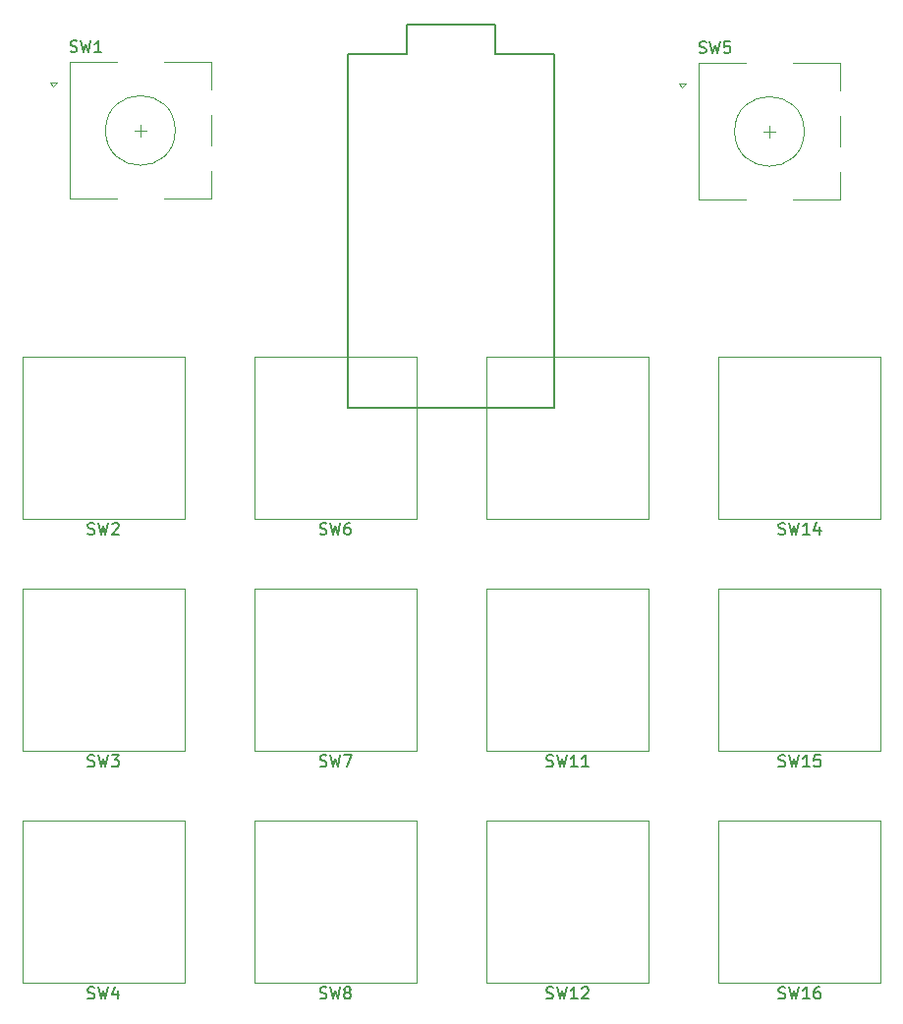
<source format=gbr>
%TF.GenerationSoftware,KiCad,Pcbnew,(6.0.10)*%
%TF.CreationDate,2023-03-17T10:19:52+01:00*%
%TF.ProjectId,MacroBoard_16keys,4d616372-6f42-46f6-9172-645f31366b65,rev?*%
%TF.SameCoordinates,Original*%
%TF.FileFunction,Legend,Top*%
%TF.FilePolarity,Positive*%
%FSLAX46Y46*%
G04 Gerber Fmt 4.6, Leading zero omitted, Abs format (unit mm)*
G04 Created by KiCad (PCBNEW (6.0.10)) date 2023-03-17 10:19:52*
%MOMM*%
%LPD*%
G01*
G04 APERTURE LIST*
%ADD10C,0.150000*%
%ADD11C,0.120000*%
G04 APERTURE END LIST*
D10*
%TO.C,SW6*%
X128266666Y-81878761D02*
X128409523Y-81926380D01*
X128647619Y-81926380D01*
X128742857Y-81878761D01*
X128790476Y-81831142D01*
X128838095Y-81735904D01*
X128838095Y-81640666D01*
X128790476Y-81545428D01*
X128742857Y-81497809D01*
X128647619Y-81450190D01*
X128457142Y-81402571D01*
X128361904Y-81354952D01*
X128314285Y-81307333D01*
X128266666Y-81212095D01*
X128266666Y-81116857D01*
X128314285Y-81021619D01*
X128361904Y-80974000D01*
X128457142Y-80926380D01*
X128695238Y-80926380D01*
X128838095Y-80974000D01*
X129171428Y-80926380D02*
X129409523Y-81926380D01*
X129600000Y-81212095D01*
X129790476Y-81926380D01*
X130028571Y-80926380D01*
X130838095Y-80926380D02*
X130647619Y-80926380D01*
X130552380Y-80974000D01*
X130504761Y-81021619D01*
X130409523Y-81164476D01*
X130361904Y-81354952D01*
X130361904Y-81735904D01*
X130409523Y-81831142D01*
X130457142Y-81878761D01*
X130552380Y-81926380D01*
X130742857Y-81926380D01*
X130838095Y-81878761D01*
X130885714Y-81831142D01*
X130933333Y-81735904D01*
X130933333Y-81497809D01*
X130885714Y-81402571D01*
X130838095Y-81354952D01*
X130742857Y-81307333D01*
X130552380Y-81307333D01*
X130457142Y-81354952D01*
X130409523Y-81402571D01*
X130361904Y-81497809D01*
%TO.C,SW16*%
X167790476Y-121878761D02*
X167933333Y-121926380D01*
X168171428Y-121926380D01*
X168266666Y-121878761D01*
X168314285Y-121831142D01*
X168361904Y-121735904D01*
X168361904Y-121640666D01*
X168314285Y-121545428D01*
X168266666Y-121497809D01*
X168171428Y-121450190D01*
X167980952Y-121402571D01*
X167885714Y-121354952D01*
X167838095Y-121307333D01*
X167790476Y-121212095D01*
X167790476Y-121116857D01*
X167838095Y-121021619D01*
X167885714Y-120974000D01*
X167980952Y-120926380D01*
X168219047Y-120926380D01*
X168361904Y-120974000D01*
X168695238Y-120926380D02*
X168933333Y-121926380D01*
X169123809Y-121212095D01*
X169314285Y-121926380D01*
X169552380Y-120926380D01*
X170457142Y-121926380D02*
X169885714Y-121926380D01*
X170171428Y-121926380D02*
X170171428Y-120926380D01*
X170076190Y-121069238D01*
X169980952Y-121164476D01*
X169885714Y-121212095D01*
X171314285Y-120926380D02*
X171123809Y-120926380D01*
X171028571Y-120974000D01*
X170980952Y-121021619D01*
X170885714Y-121164476D01*
X170838095Y-121354952D01*
X170838095Y-121735904D01*
X170885714Y-121831142D01*
X170933333Y-121878761D01*
X171028571Y-121926380D01*
X171219047Y-121926380D01*
X171314285Y-121878761D01*
X171361904Y-121831142D01*
X171409523Y-121735904D01*
X171409523Y-121497809D01*
X171361904Y-121402571D01*
X171314285Y-121354952D01*
X171219047Y-121307333D01*
X171028571Y-121307333D01*
X170933333Y-121354952D01*
X170885714Y-121402571D01*
X170838095Y-121497809D01*
%TO.C,SW7*%
X128266666Y-101878761D02*
X128409523Y-101926380D01*
X128647619Y-101926380D01*
X128742857Y-101878761D01*
X128790476Y-101831142D01*
X128838095Y-101735904D01*
X128838095Y-101640666D01*
X128790476Y-101545428D01*
X128742857Y-101497809D01*
X128647619Y-101450190D01*
X128457142Y-101402571D01*
X128361904Y-101354952D01*
X128314285Y-101307333D01*
X128266666Y-101212095D01*
X128266666Y-101116857D01*
X128314285Y-101021619D01*
X128361904Y-100974000D01*
X128457142Y-100926380D01*
X128695238Y-100926380D01*
X128838095Y-100974000D01*
X129171428Y-100926380D02*
X129409523Y-101926380D01*
X129600000Y-101212095D01*
X129790476Y-101926380D01*
X130028571Y-100926380D01*
X130314285Y-100926380D02*
X130980952Y-100926380D01*
X130552380Y-101926380D01*
%TO.C,SW4*%
X108266666Y-121878761D02*
X108409523Y-121926380D01*
X108647619Y-121926380D01*
X108742857Y-121878761D01*
X108790476Y-121831142D01*
X108838095Y-121735904D01*
X108838095Y-121640666D01*
X108790476Y-121545428D01*
X108742857Y-121497809D01*
X108647619Y-121450190D01*
X108457142Y-121402571D01*
X108361904Y-121354952D01*
X108314285Y-121307333D01*
X108266666Y-121212095D01*
X108266666Y-121116857D01*
X108314285Y-121021619D01*
X108361904Y-120974000D01*
X108457142Y-120926380D01*
X108695238Y-120926380D01*
X108838095Y-120974000D01*
X109171428Y-120926380D02*
X109409523Y-121926380D01*
X109600000Y-121212095D01*
X109790476Y-121926380D01*
X110028571Y-120926380D01*
X110838095Y-121259714D02*
X110838095Y-121926380D01*
X110600000Y-120878761D02*
X110361904Y-121593047D01*
X110980952Y-121593047D01*
%TO.C,SW1*%
X106766666Y-40324761D02*
X106909523Y-40372380D01*
X107147619Y-40372380D01*
X107242857Y-40324761D01*
X107290476Y-40277142D01*
X107338095Y-40181904D01*
X107338095Y-40086666D01*
X107290476Y-39991428D01*
X107242857Y-39943809D01*
X107147619Y-39896190D01*
X106957142Y-39848571D01*
X106861904Y-39800952D01*
X106814285Y-39753333D01*
X106766666Y-39658095D01*
X106766666Y-39562857D01*
X106814285Y-39467619D01*
X106861904Y-39420000D01*
X106957142Y-39372380D01*
X107195238Y-39372380D01*
X107338095Y-39420000D01*
X107671428Y-39372380D02*
X107909523Y-40372380D01*
X108100000Y-39658095D01*
X108290476Y-40372380D01*
X108528571Y-39372380D01*
X109433333Y-40372380D02*
X108861904Y-40372380D01*
X109147619Y-40372380D02*
X109147619Y-39372380D01*
X109052380Y-39515238D01*
X108957142Y-39610476D01*
X108861904Y-39658095D01*
%TO.C,SW15*%
X167790476Y-101878761D02*
X167933333Y-101926380D01*
X168171428Y-101926380D01*
X168266666Y-101878761D01*
X168314285Y-101831142D01*
X168361904Y-101735904D01*
X168361904Y-101640666D01*
X168314285Y-101545428D01*
X168266666Y-101497809D01*
X168171428Y-101450190D01*
X167980952Y-101402571D01*
X167885714Y-101354952D01*
X167838095Y-101307333D01*
X167790476Y-101212095D01*
X167790476Y-101116857D01*
X167838095Y-101021619D01*
X167885714Y-100974000D01*
X167980952Y-100926380D01*
X168219047Y-100926380D01*
X168361904Y-100974000D01*
X168695238Y-100926380D02*
X168933333Y-101926380D01*
X169123809Y-101212095D01*
X169314285Y-101926380D01*
X169552380Y-100926380D01*
X170457142Y-101926380D02*
X169885714Y-101926380D01*
X170171428Y-101926380D02*
X170171428Y-100926380D01*
X170076190Y-101069238D01*
X169980952Y-101164476D01*
X169885714Y-101212095D01*
X171361904Y-100926380D02*
X170885714Y-100926380D01*
X170838095Y-101402571D01*
X170885714Y-101354952D01*
X170980952Y-101307333D01*
X171219047Y-101307333D01*
X171314285Y-101354952D01*
X171361904Y-101402571D01*
X171409523Y-101497809D01*
X171409523Y-101735904D01*
X171361904Y-101831142D01*
X171314285Y-101878761D01*
X171219047Y-101926380D01*
X170980952Y-101926380D01*
X170885714Y-101878761D01*
X170838095Y-101831142D01*
%TO.C,SW14*%
X167790476Y-81878761D02*
X167933333Y-81926380D01*
X168171428Y-81926380D01*
X168266666Y-81878761D01*
X168314285Y-81831142D01*
X168361904Y-81735904D01*
X168361904Y-81640666D01*
X168314285Y-81545428D01*
X168266666Y-81497809D01*
X168171428Y-81450190D01*
X167980952Y-81402571D01*
X167885714Y-81354952D01*
X167838095Y-81307333D01*
X167790476Y-81212095D01*
X167790476Y-81116857D01*
X167838095Y-81021619D01*
X167885714Y-80974000D01*
X167980952Y-80926380D01*
X168219047Y-80926380D01*
X168361904Y-80974000D01*
X168695238Y-80926380D02*
X168933333Y-81926380D01*
X169123809Y-81212095D01*
X169314285Y-81926380D01*
X169552380Y-80926380D01*
X170457142Y-81926380D02*
X169885714Y-81926380D01*
X170171428Y-81926380D02*
X170171428Y-80926380D01*
X170076190Y-81069238D01*
X169980952Y-81164476D01*
X169885714Y-81212095D01*
X171314285Y-81259714D02*
X171314285Y-81926380D01*
X171076190Y-80878761D02*
X170838095Y-81593047D01*
X171457142Y-81593047D01*
%TO.C,SW8*%
X128266666Y-121878761D02*
X128409523Y-121926380D01*
X128647619Y-121926380D01*
X128742857Y-121878761D01*
X128790476Y-121831142D01*
X128838095Y-121735904D01*
X128838095Y-121640666D01*
X128790476Y-121545428D01*
X128742857Y-121497809D01*
X128647619Y-121450190D01*
X128457142Y-121402571D01*
X128361904Y-121354952D01*
X128314285Y-121307333D01*
X128266666Y-121212095D01*
X128266666Y-121116857D01*
X128314285Y-121021619D01*
X128361904Y-120974000D01*
X128457142Y-120926380D01*
X128695238Y-120926380D01*
X128838095Y-120974000D01*
X129171428Y-120926380D02*
X129409523Y-121926380D01*
X129600000Y-121212095D01*
X129790476Y-121926380D01*
X130028571Y-120926380D01*
X130552380Y-121354952D02*
X130457142Y-121307333D01*
X130409523Y-121259714D01*
X130361904Y-121164476D01*
X130361904Y-121116857D01*
X130409523Y-121021619D01*
X130457142Y-120974000D01*
X130552380Y-120926380D01*
X130742857Y-120926380D01*
X130838095Y-120974000D01*
X130885714Y-121021619D01*
X130933333Y-121116857D01*
X130933333Y-121164476D01*
X130885714Y-121259714D01*
X130838095Y-121307333D01*
X130742857Y-121354952D01*
X130552380Y-121354952D01*
X130457142Y-121402571D01*
X130409523Y-121450190D01*
X130361904Y-121545428D01*
X130361904Y-121735904D01*
X130409523Y-121831142D01*
X130457142Y-121878761D01*
X130552380Y-121926380D01*
X130742857Y-121926380D01*
X130838095Y-121878761D01*
X130885714Y-121831142D01*
X130933333Y-121735904D01*
X130933333Y-121545428D01*
X130885714Y-121450190D01*
X130838095Y-121402571D01*
X130742857Y-121354952D01*
%TO.C,SW5*%
X160966666Y-40404761D02*
X161109523Y-40452380D01*
X161347619Y-40452380D01*
X161442857Y-40404761D01*
X161490476Y-40357142D01*
X161538095Y-40261904D01*
X161538095Y-40166666D01*
X161490476Y-40071428D01*
X161442857Y-40023809D01*
X161347619Y-39976190D01*
X161157142Y-39928571D01*
X161061904Y-39880952D01*
X161014285Y-39833333D01*
X160966666Y-39738095D01*
X160966666Y-39642857D01*
X161014285Y-39547619D01*
X161061904Y-39500000D01*
X161157142Y-39452380D01*
X161395238Y-39452380D01*
X161538095Y-39500000D01*
X161871428Y-39452380D02*
X162109523Y-40452380D01*
X162300000Y-39738095D01*
X162490476Y-40452380D01*
X162728571Y-39452380D01*
X163585714Y-39452380D02*
X163109523Y-39452380D01*
X163061904Y-39928571D01*
X163109523Y-39880952D01*
X163204761Y-39833333D01*
X163442857Y-39833333D01*
X163538095Y-39880952D01*
X163585714Y-39928571D01*
X163633333Y-40023809D01*
X163633333Y-40261904D01*
X163585714Y-40357142D01*
X163538095Y-40404761D01*
X163442857Y-40452380D01*
X163204761Y-40452380D01*
X163109523Y-40404761D01*
X163061904Y-40357142D01*
%TO.C,SW2*%
X108266666Y-81878761D02*
X108409523Y-81926380D01*
X108647619Y-81926380D01*
X108742857Y-81878761D01*
X108790476Y-81831142D01*
X108838095Y-81735904D01*
X108838095Y-81640666D01*
X108790476Y-81545428D01*
X108742857Y-81497809D01*
X108647619Y-81450190D01*
X108457142Y-81402571D01*
X108361904Y-81354952D01*
X108314285Y-81307333D01*
X108266666Y-81212095D01*
X108266666Y-81116857D01*
X108314285Y-81021619D01*
X108361904Y-80974000D01*
X108457142Y-80926380D01*
X108695238Y-80926380D01*
X108838095Y-80974000D01*
X109171428Y-80926380D02*
X109409523Y-81926380D01*
X109600000Y-81212095D01*
X109790476Y-81926380D01*
X110028571Y-80926380D01*
X110361904Y-81021619D02*
X110409523Y-80974000D01*
X110504761Y-80926380D01*
X110742857Y-80926380D01*
X110838095Y-80974000D01*
X110885714Y-81021619D01*
X110933333Y-81116857D01*
X110933333Y-81212095D01*
X110885714Y-81354952D01*
X110314285Y-81926380D01*
X110933333Y-81926380D01*
%TO.C,SW12*%
X147790476Y-121878761D02*
X147933333Y-121926380D01*
X148171428Y-121926380D01*
X148266666Y-121878761D01*
X148314285Y-121831142D01*
X148361904Y-121735904D01*
X148361904Y-121640666D01*
X148314285Y-121545428D01*
X148266666Y-121497809D01*
X148171428Y-121450190D01*
X147980952Y-121402571D01*
X147885714Y-121354952D01*
X147838095Y-121307333D01*
X147790476Y-121212095D01*
X147790476Y-121116857D01*
X147838095Y-121021619D01*
X147885714Y-120974000D01*
X147980952Y-120926380D01*
X148219047Y-120926380D01*
X148361904Y-120974000D01*
X148695238Y-120926380D02*
X148933333Y-121926380D01*
X149123809Y-121212095D01*
X149314285Y-121926380D01*
X149552380Y-120926380D01*
X150457142Y-121926380D02*
X149885714Y-121926380D01*
X150171428Y-121926380D02*
X150171428Y-120926380D01*
X150076190Y-121069238D01*
X149980952Y-121164476D01*
X149885714Y-121212095D01*
X150838095Y-121021619D02*
X150885714Y-120974000D01*
X150980952Y-120926380D01*
X151219047Y-120926380D01*
X151314285Y-120974000D01*
X151361904Y-121021619D01*
X151409523Y-121116857D01*
X151409523Y-121212095D01*
X151361904Y-121354952D01*
X150790476Y-121926380D01*
X151409523Y-121926380D01*
%TO.C,SW11*%
X147790476Y-101878761D02*
X147933333Y-101926380D01*
X148171428Y-101926380D01*
X148266666Y-101878761D01*
X148314285Y-101831142D01*
X148361904Y-101735904D01*
X148361904Y-101640666D01*
X148314285Y-101545428D01*
X148266666Y-101497809D01*
X148171428Y-101450190D01*
X147980952Y-101402571D01*
X147885714Y-101354952D01*
X147838095Y-101307333D01*
X147790476Y-101212095D01*
X147790476Y-101116857D01*
X147838095Y-101021619D01*
X147885714Y-100974000D01*
X147980952Y-100926380D01*
X148219047Y-100926380D01*
X148361904Y-100974000D01*
X148695238Y-100926380D02*
X148933333Y-101926380D01*
X149123809Y-101212095D01*
X149314285Y-101926380D01*
X149552380Y-100926380D01*
X150457142Y-101926380D02*
X149885714Y-101926380D01*
X150171428Y-101926380D02*
X150171428Y-100926380D01*
X150076190Y-101069238D01*
X149980952Y-101164476D01*
X149885714Y-101212095D01*
X151409523Y-101926380D02*
X150838095Y-101926380D01*
X151123809Y-101926380D02*
X151123809Y-100926380D01*
X151028571Y-101069238D01*
X150933333Y-101164476D01*
X150838095Y-101212095D01*
%TO.C,SW3*%
X108266666Y-101878761D02*
X108409523Y-101926380D01*
X108647619Y-101926380D01*
X108742857Y-101878761D01*
X108790476Y-101831142D01*
X108838095Y-101735904D01*
X108838095Y-101640666D01*
X108790476Y-101545428D01*
X108742857Y-101497809D01*
X108647619Y-101450190D01*
X108457142Y-101402571D01*
X108361904Y-101354952D01*
X108314285Y-101307333D01*
X108266666Y-101212095D01*
X108266666Y-101116857D01*
X108314285Y-101021619D01*
X108361904Y-100974000D01*
X108457142Y-100926380D01*
X108695238Y-100926380D01*
X108838095Y-100974000D01*
X109171428Y-100926380D02*
X109409523Y-101926380D01*
X109600000Y-101212095D01*
X109790476Y-101926380D01*
X110028571Y-100926380D01*
X110314285Y-100926380D02*
X110933333Y-100926380D01*
X110600000Y-101307333D01*
X110742857Y-101307333D01*
X110838095Y-101354952D01*
X110885714Y-101402571D01*
X110933333Y-101497809D01*
X110933333Y-101735904D01*
X110885714Y-101831142D01*
X110838095Y-101878761D01*
X110742857Y-101926380D01*
X110457142Y-101926380D01*
X110361904Y-101878761D01*
X110314285Y-101831142D01*
D11*
%TO.C,SW10*%
X142615000Y-80585000D02*
X142615000Y-66615000D01*
X156585000Y-80585000D02*
X142615000Y-80585000D01*
X156585000Y-66615000D02*
X156585000Y-80585000D01*
X142615000Y-66615000D02*
X156585000Y-66615000D01*
%TO.C,SW6*%
X136585000Y-80585000D02*
X122615000Y-80585000D01*
X122615000Y-80585000D02*
X122615000Y-66615000D01*
X136585000Y-66615000D02*
X136585000Y-80585000D01*
X122615000Y-66615000D02*
X136585000Y-66615000D01*
%TO.C,SW16*%
X176585000Y-106615000D02*
X176585000Y-120585000D01*
X162615000Y-106615000D02*
X176585000Y-106615000D01*
X176585000Y-120585000D02*
X162615000Y-120585000D01*
X162615000Y-120585000D02*
X162615000Y-106615000D01*
%TO.C,SW7*%
X122615000Y-86615000D02*
X136585000Y-86615000D01*
X136585000Y-100585000D02*
X122615000Y-100585000D01*
X136585000Y-86615000D02*
X136585000Y-100585000D01*
X122615000Y-100585000D02*
X122615000Y-86615000D01*
%TO.C,SW4*%
X102615000Y-106615000D02*
X116585000Y-106615000D01*
X102615000Y-120585000D02*
X102615000Y-106615000D01*
X116585000Y-120585000D02*
X102615000Y-120585000D01*
X116585000Y-106615000D02*
X116585000Y-120585000D01*
%TO.C,SW1*%
X115800000Y-47120000D02*
G75*
G03*
X115800000Y-47120000I-3000000J0D01*
G01*
X118900000Y-41220000D02*
X118900000Y-43620000D01*
X112800000Y-46620000D02*
X112800000Y-47620000D01*
X118900000Y-50620000D02*
X118900000Y-53020000D01*
X118900000Y-45820000D02*
X118900000Y-48420000D01*
X110800000Y-53020000D02*
X106700000Y-53020000D01*
X110800000Y-41220000D02*
X106700000Y-41220000D01*
X106700000Y-41220000D02*
X106700000Y-53020000D01*
X112300000Y-47120000D02*
X113300000Y-47120000D01*
X114800000Y-41220000D02*
X118900000Y-41220000D01*
X105300000Y-43320000D02*
X105000000Y-43020000D01*
X105600000Y-43020000D02*
X105300000Y-43320000D01*
X105000000Y-43020000D02*
X105600000Y-43020000D01*
X118900000Y-53020000D02*
X114800000Y-53020000D01*
%TO.C,SW15*%
X176585000Y-100585000D02*
X162615000Y-100585000D01*
X162615000Y-100585000D02*
X162615000Y-86615000D01*
X176585000Y-86615000D02*
X176585000Y-100585000D01*
X162615000Y-86615000D02*
X176585000Y-86615000D01*
%TO.C,SW14*%
X162615000Y-66615000D02*
X176585000Y-66615000D01*
X176585000Y-80585000D02*
X162615000Y-80585000D01*
X162615000Y-80585000D02*
X162615000Y-66615000D01*
X176585000Y-66615000D02*
X176585000Y-80585000D01*
%TO.C,SW8*%
X136585000Y-120585000D02*
X122615000Y-120585000D01*
X136585000Y-106615000D02*
X136585000Y-120585000D01*
X122615000Y-120585000D02*
X122615000Y-106615000D01*
X122615000Y-106615000D02*
X136585000Y-106615000D01*
%TO.C,SW5*%
X159200000Y-43100000D02*
X159800000Y-43100000D01*
X173100000Y-41300000D02*
X173100000Y-43700000D01*
X160900000Y-41300000D02*
X160900000Y-53100000D01*
X173100000Y-53100000D02*
X169000000Y-53100000D01*
X165000000Y-53100000D02*
X160900000Y-53100000D01*
X165000000Y-41300000D02*
X160900000Y-41300000D01*
X159500000Y-43400000D02*
X159200000Y-43100000D01*
X173100000Y-50700000D02*
X173100000Y-53100000D01*
X166500000Y-47200000D02*
X167500000Y-47200000D01*
X173100000Y-45900000D02*
X173100000Y-48500000D01*
X169000000Y-41300000D02*
X173100000Y-41300000D01*
X159800000Y-43100000D02*
X159500000Y-43400000D01*
X167000000Y-46700000D02*
X167000000Y-47700000D01*
X170000000Y-47200000D02*
G75*
G03*
X170000000Y-47200000I-3000000J0D01*
G01*
%TO.C,SW2*%
X102615000Y-80585000D02*
X102615000Y-66615000D01*
X116585000Y-80585000D02*
X102615000Y-80585000D01*
X102615000Y-66615000D02*
X116585000Y-66615000D01*
X116585000Y-66615000D02*
X116585000Y-80585000D01*
%TO.C,SW12*%
X142615000Y-120585000D02*
X142615000Y-106615000D01*
X156585000Y-106615000D02*
X156585000Y-120585000D01*
X142615000Y-106615000D02*
X156585000Y-106615000D01*
X156585000Y-120585000D02*
X142615000Y-120585000D01*
%TO.C,SW11*%
X156585000Y-100585000D02*
X142615000Y-100585000D01*
X142615000Y-100585000D02*
X142615000Y-86615000D01*
X156585000Y-86615000D02*
X156585000Y-100585000D01*
X142615000Y-86615000D02*
X156585000Y-86615000D01*
%TO.C,SW3*%
X116585000Y-100585000D02*
X102615000Y-100585000D01*
X116585000Y-86615000D02*
X116585000Y-100585000D01*
X102615000Y-86615000D02*
X116585000Y-86615000D01*
X102615000Y-100585000D02*
X102615000Y-86615000D01*
D10*
%TO.C,U1*%
X130710000Y-71040000D02*
X148490000Y-71040000D01*
X143410000Y-40560000D02*
X143410000Y-38020000D01*
X135790000Y-40560000D02*
X130710000Y-40560000D01*
X130710000Y-40560000D02*
X130710000Y-71040000D01*
X143410000Y-38020000D02*
X135790000Y-38020000D01*
X148490000Y-40560000D02*
X143410000Y-40560000D01*
X148490000Y-71040000D02*
X148490000Y-40560000D01*
X135790000Y-38020000D02*
X135790000Y-40560000D01*
%TD*%
M02*

</source>
